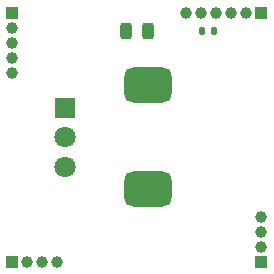
<source format=gts>
%TF.GenerationSoftware,KiCad,Pcbnew,9.0.5-1.fc42*%
%TF.CreationDate,2025-12-03T05:54:04+01:00*%
%TF.ProjectId,Block-PotentiometerLinear,426c6f63-6b2d-4506-9f74-656e74696f6d,1*%
%TF.SameCoordinates,Original*%
%TF.FileFunction,Soldermask,Top*%
%TF.FilePolarity,Negative*%
%FSLAX46Y46*%
G04 Gerber Fmt 4.6, Leading zero omitted, Abs format (unit mm)*
G04 Created by KiCad (PCBNEW 9.0.5-1.fc42) date 2025-12-03 05:54:04*
%MOMM*%
%LPD*%
G01*
G04 APERTURE LIST*
G04 Aperture macros list*
%AMRoundRect*
0 Rectangle with rounded corners*
0 $1 Rounding radius*
0 $2 $3 $4 $5 $6 $7 $8 $9 X,Y pos of 4 corners*
0 Add a 4 corners polygon primitive as box body*
4,1,4,$2,$3,$4,$5,$6,$7,$8,$9,$2,$3,0*
0 Add four circle primitives for the rounded corners*
1,1,$1+$1,$2,$3*
1,1,$1+$1,$4,$5*
1,1,$1+$1,$6,$7*
1,1,$1+$1,$8,$9*
0 Add four rect primitives between the rounded corners*
20,1,$1+$1,$2,$3,$4,$5,0*
20,1,$1+$1,$4,$5,$6,$7,0*
20,1,$1+$1,$6,$7,$8,$9,0*
20,1,$1+$1,$8,$9,$2,$3,0*%
G04 Aperture macros list end*
%ADD10RoundRect,0.243750X-0.243750X-0.456250X0.243750X-0.456250X0.243750X0.456250X-0.243750X0.456250X0*%
%ADD11R,1.800000X1.800000*%
%ADD12C,1.800000*%
%ADD13RoundRect,0.750000X-1.250000X-0.750000X1.250000X-0.750000X1.250000X0.750000X-1.250000X0.750000X0*%
%ADD14RoundRect,0.135000X0.135000X0.185000X-0.135000X0.185000X-0.135000X-0.185000X0.135000X-0.185000X0*%
%ADD15R,1.000000X1.000000*%
%ADD16C,1.000000*%
G04 APERTURE END LIST*
D10*
%TO.C,D1*%
X138127500Y-104698800D03*
X140002500Y-104698800D03*
%TD*%
D11*
%TO.C,RV1*%
X133015000Y-111165000D03*
D12*
X133015000Y-113665000D03*
X133015000Y-116165000D03*
D13*
X140015000Y-109265000D03*
X140015000Y-118065000D03*
%TD*%
D14*
%TO.C,R2*%
X145571400Y-104698800D03*
X144551400Y-104698800D03*
%TD*%
D15*
%TO.C,J4*%
X128525000Y-124205000D03*
D16*
X129795000Y-124205000D03*
X131065000Y-124205000D03*
X132335000Y-124205000D03*
%TD*%
D15*
%TO.C,J2*%
X149605000Y-124205000D03*
D16*
X149605000Y-122935000D03*
X149605000Y-121665000D03*
X149605000Y-120395000D03*
%TD*%
D15*
%TO.C,J1*%
X128525000Y-103125000D03*
D16*
X128525000Y-104395000D03*
X128525000Y-105665000D03*
X128525000Y-106935000D03*
X128525000Y-108205000D03*
%TD*%
D15*
%TO.C,J3*%
X149605000Y-103125000D03*
D16*
X148335000Y-103125000D03*
X147065000Y-103125000D03*
X145795000Y-103125000D03*
X144525000Y-103125000D03*
X143255000Y-103125000D03*
%TD*%
M02*

</source>
